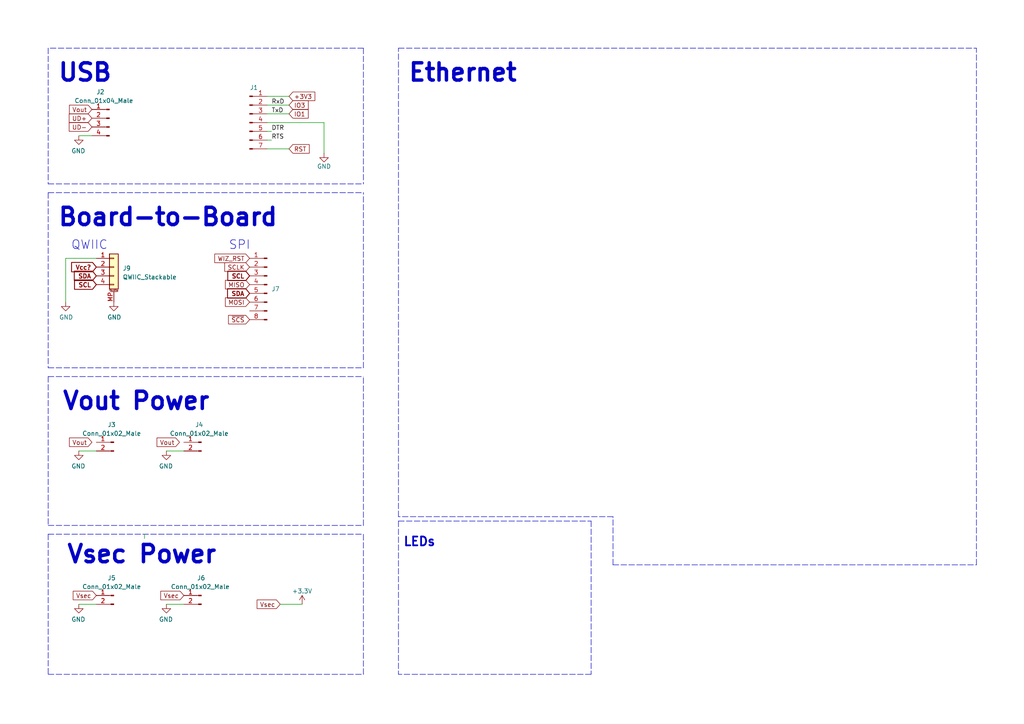
<source format=kicad_sch>
(kicad_sch (version 20211123) (generator eeschema)
  (paper "A4")
  (title_block (title "Ethernet Spacer") (rev "0.1.1") (company "The Nerd Mage"))
  (lib_symbols
    (symbol "Connector:Conn_01x02_Male" (pin_names (offset 1.016) hide)
      (property "Reference" "J" (at 0 2.54 0))
      (property "Value" "Conn_01x02_Male" (at 0 -5.08 0))
      (symbol "Conn_01x02_Male_1_1"
        (polyline (pts (xy 1.27 -2.54) (xy 0.8636 -2.54)) (stroke (width 0.1524)))
        (polyline (pts (xy 1.27 0) (xy 0.8636 0)) (stroke (width 0.1524)))
        (rectangle (start 0.8636 -2.413) (end 0 -2.667) (stroke (width 0.1524)) (fill (type outline)))
        (rectangle (start 0.8636 0.127) (end 0 -0.127) (stroke (width 0.1524)) (fill (type outline)))
        (pin passive line (at 5.08 0 180) (length 3.81) (name "Pin_1") (number "1"))
        (pin passive line (at 5.08 -2.54 180) (length 3.81) (name "Pin_2") (number "2"))
      )
    )
    (symbol "Connector:Conn_01x04_Male" (pin_names (offset 1.016) hide)
      (property "Reference" "J" (at 0 5.08 0))
      (property "Value" "Conn_01x04_Male" (at 0 -7.62 0))
      (symbol "Conn_01x04_Male_1_1"
        (polyline (pts (xy 1.27 -5.08) (xy 0.8636 -5.08)) (stroke (width 0.1524)))
        (polyline (pts (xy 1.27 -2.54) (xy 0.8636 -2.54)) (stroke (width 0.1524)))
        (polyline (pts (xy 1.27 0) (xy 0.8636 0)) (stroke (width 0.1524)))
        (polyline (pts (xy 1.27 2.54) (xy 0.8636 2.54)) (stroke (width 0.1524)))
        (rectangle (start 0.8636 -4.953) (end 0 -5.207) (stroke (width 0.1524)) (fill (type outline)))
        (rectangle (start 0.8636 -2.413) (end 0 -2.667) (stroke (width 0.1524)) (fill (type outline)))
        (rectangle (start 0.8636 0.127) (end 0 -0.127) (stroke (width 0.1524)) (fill (type outline)))
        (rectangle (start 0.8636 2.667) (end 0 2.413) (stroke (width 0.1524)) (fill (type outline)))
        (pin passive line (at 5.08 2.54 180) (length 3.81) (name "Pin_1") (number "1"))
        (pin passive line (at 5.08 0 180) (length 3.81) (name "Pin_2") (number "2"))
        (pin passive line (at 5.08 -2.54 180) (length 3.81) (name "Pin_3") (number "3"))
        (pin passive line (at 5.08 -5.08 180) (length 3.81) (name "Pin_4") (number "4"))
      )
    )
    (symbol "Connector:Conn_01x07_Male" (pin_names (offset 1.016) hide)
      (property "Reference" "J" (at 0 10.16 0))
      (property "Value" "Conn_01x07_Male" (at 0 -10.16 0))
      (symbol "Conn_01x07_Male_1_1"
        (polyline (pts (xy 1.27 -7.62) (xy 0.8636 -7.62)) (stroke (width 0.1524)))
        (polyline (pts (xy 1.27 -5.08) (xy 0.8636 -5.08)) (stroke (width 0.1524)))
        (polyline (pts (xy 1.27 -2.54) (xy 0.8636 -2.54)) (stroke (width 0.1524)))
        (polyline (pts (xy 1.27 0) (xy 0.8636 0)) (stroke (width 0.1524)))
        (polyline (pts (xy 1.27 2.54) (xy 0.8636 2.54)) (stroke (width 0.1524)))
        (polyline (pts (xy 1.27 5.08) (xy 0.8636 5.08)) (stroke (width 0.1524)))
        (polyline (pts (xy 1.27 7.62) (xy 0.8636 7.62)) (stroke (width 0.1524)))
        (rectangle (start 0.8636 -7.493) (end 0 -7.747) (stroke (width 0.1524)) (fill (type outline)))
        (rectangle (start 0.8636 -4.953) (end 0 -5.207) (stroke (width 0.1524)) (fill (type outline)))
        (rectangle (start 0.8636 -2.413) (end 0 -2.667) (stroke (width 0.1524)) (fill (type outline)))
        (rectangle (start 0.8636 0.127) (end 0 -0.127) (stroke (width 0.1524)) (fill (type outline)))
        (rectangle (start 0.8636 2.667) (end 0 2.413) (stroke (width 0.1524)) (fill (type outline)))
        (rectangle (start 0.8636 5.207) (end 0 4.953) (stroke (width 0.1524)) (fill (type outline)))
        (rectangle (start 0.8636 7.747) (end 0 7.493) (stroke (width 0.1524)) (fill (type outline)))
        (pin passive line (at 5.08 7.62 180) (length 3.81) (name "Pin_1") (number "1"))
        (pin passive line (at 5.08 5.08 180) (length 3.81) (name "Pin_2") (number "2"))
        (pin passive line (at 5.08 2.54 180) (length 3.81) (name "Pin_3") (number "3"))
        (pin passive line (at 5.08 0 180) (length 3.81) (name "Pin_4") (number "4"))
        (pin passive line (at 5.08 -2.54 180) (length 3.81) (name "Pin_5") (number "5"))
        (pin passive line (at 5.08 -5.08 180) (length 3.81) (name "Pin_6") (number "6"))
        (pin passive line (at 5.08 -7.62 180) (length 3.81) (name "Pin_7") (number "7"))
      )
    )
    (symbol "Connector:Conn_01x08_Male" (pin_names (offset 1.016) hide)
      (property "Reference" "J" (at 0 10.16 0))
      (property "Value" "Conn_01x08_Male" (at 0 -12.7 0))
      (symbol "Conn_01x08_Male_1_1"
        (polyline (pts (xy 1.27 -10.16) (xy 0.8636 -10.16)) (stroke (width 0.1524)))
        (polyline (pts (xy 1.27 -7.62) (xy 0.8636 -7.62)) (stroke (width 0.1524)))
        (polyline (pts (xy 1.27 -5.08) (xy 0.8636 -5.08)) (stroke (width 0.1524)))
        (polyline (pts (xy 1.27 -2.54) (xy 0.8636 -2.54)) (stroke (width 0.1524)))
        (polyline (pts (xy 1.27 0) (xy 0.8636 0)) (stroke (width 0.1524)))
        (polyline (pts (xy 1.27 2.54) (xy 0.8636 2.54)) (stroke (width 0.1524)))
        (polyline (pts (xy 1.27 5.08) (xy 0.8636 5.08)) (stroke (width 0.1524)))
        (polyline (pts (xy 1.27 7.62) (xy 0.8636 7.62)) (stroke (width 0.1524)))
        (rectangle (start 0.8636 -10.033) (end 0 -10.287) (stroke (width 0.1524)) (fill (type outline)))
        (rectangle (start 0.8636 -7.493) (end 0 -7.747) (stroke (width 0.1524)) (fill (type outline)))
        (rectangle (start 0.8636 -4.953) (end 0 -5.207) (stroke (width 0.1524)) (fill (type outline)))
        (rectangle (start 0.8636 -2.413) (end 0 -2.667) (stroke (width 0.1524)) (fill (type outline)))
        (rectangle (start 0.8636 0.127) (end 0 -0.127) (stroke (width 0.1524)) (fill (type outline)))
        (rectangle (start 0.8636 2.667) (end 0 2.413) (stroke (width 0.1524)) (fill (type outline)))
        (rectangle (start 0.8636 5.207) (end 0 4.953) (stroke (width 0.1524)) (fill (type outline)))
        (rectangle (start 0.8636 7.747) (end 0 7.493) (stroke (width 0.1524)) (fill (type outline)))
        (pin passive line (at 5.08 7.62 180) (length 3.81) (name "Pin_1") (number "1"))
        (pin passive line (at 5.08 5.08 180) (length 3.81) (name "Pin_2") (number "2"))
        (pin passive line (at 5.08 2.54 180) (length 3.81) (name "Pin_3") (number "3"))
        (pin passive line (at 5.08 0 180) (length 3.81) (name "Pin_4") (number "4"))
        (pin passive line (at 5.08 -2.54 180) (length 3.81) (name "Pin_5") (number "5"))
        (pin passive line (at 5.08 -5.08 180) (length 3.81) (name "Pin_6") (number "6"))
        (pin passive line (at 5.08 -7.62 180) (length 3.81) (name "Pin_7") (number "7"))
        (pin passive line (at 5.08 -10.16 180) (length 3.81) (name "Pin_8") (number "8"))
      )
    )
    (symbol "Connector_QWIIC_Stackable:QWIIC_Stackable" (pin_names (offset 1.016) hide)
      (property "Reference" "J" (at 0 5.08 0))
      (property "Value" "QWIIC_Stackable" (at 1.27 -7.62 0))
      (symbol "QWIIC_Stackable_1_1"
        (rectangle (start -1.27 -4.953) (end 0 -5.207) (stroke (width 0.1524)))
        (rectangle (start -1.27 -2.413) (end 0 -2.667) (stroke (width 0.1524)))
        (rectangle (start -1.27 0.127) (end 0 -0.127) (stroke (width 0.1524)))
        (rectangle (start -1.27 2.667) (end 0 2.413) (stroke (width 0.1524)))
        (rectangle (start -1.27 3.81) (end 1.27 -6.35) (stroke (width 0.254)) (fill (type background)))
        (polyline (pts (xy -1.016 -7.112) (xy 1.016 -7.112)) (stroke (width 0.1524)))
        (text "Mounting" (at 0 -6.731 0) (effects (font (size 0.381 0.381))))
        (pin passive line (at -5.08 2.54 0) (length 3.81) (name "Pin_1") (number "1"))
        (pin passive line (at -5.08 0 0) (length 3.81) (name "Pin_2") (number "2"))
        (pin passive line (at -5.08 -2.54 0) (length 3.81) (name "Pin_3") (number "3"))
        (pin passive line (at -5.08 -5.08 0) (length 3.81) (name "Pin_4") (number "4"))
        (pin passive line (at 0 -10.16 90) (length 3.048) (name "MountPin") (number "MP"))
      )
    )
    (symbol "power:+3.3V" (power) (pin_names (offset 0))
      (property "Value" "+3.3V" (at 0 3.556 0))
      (symbol "+3.3V_0_1"
        (polyline (pts (xy -0.762 1.27) (xy 0 2.54)))
        (polyline (pts (xy 0 0) (xy 0 2.54)))
        (polyline (pts (xy 0 2.54) (xy 0.762 1.27)))
      )
      (symbol "+3.3V_1_1"
        (pin power_in line (at 0 0 90) (length 0) hide (name "+3.3V") (number "1"))
      )
    )
    (symbol "power:GND" (power) (pin_names (offset 0))
      (property "Value" "GND" (at 0 -3.81 0))
      (symbol "GND_0_1"
        (polyline (pts (xy 0 0) (xy 0 -1.27) (xy 1.27 -1.27) (xy 0 -2.54) (xy -1.27 -1.27) (xy 0 -1.27)))
      )
      (symbol "GND_1_1"
        (pin power_in line (at 0 0 270) (length 0) hide (name "GND") (number "1"))
      )
    )
  )
  (polyline (pts (xy 303.53 15.24) (xy 303.53 20.32)))
  (polyline (pts (xy -3.81 109.22) (xy -3.81 58.42)))
  (polyline (pts (xy 115.57 151.13) (xy 171.45 151.13)))
  (polyline (pts (xy 105.41 13.97) (xy 105.41 53.34)))
  (wire (pts (xy 77.47 27.94) (xy 83.82 27.94)))
  (polyline (pts (xy 105.41 13.97) (xy 13.97 13.97)))
  (polyline (pts (xy 13.97 152.4) (xy 105.41 152.4)))
  (polyline (pts (xy 115.57 151.13) (xy 115.57 195.58)))
  (polyline (pts (xy 13.97 55.88) (xy 105.41 55.88)))
  (polyline (pts (xy 105.41 152.4) (xy 105.41 109.22)))
  (wire (pts (xy 77.47 33.02) (xy 83.82 33.02)))
  (wire (pts (xy 27.94 74.93) (xy 19.05 74.93)))
  (polyline (pts (xy 13.97 154.94) (xy 105.41 154.94)))
  (polyline (pts (xy 13.97 109.22) (xy 13.97 152.4)))
  (polyline (pts (xy 171.45 195.58) (xy 115.57 195.58)))
  (polyline (pts (xy 13.97 195.58) (xy 105.41 195.58)))
  (wire (pts (xy 26.67 39.37) (xy 22.86 39.37)))
  (polyline (pts (xy 13.97 53.34) (xy 105.41 53.34)))
  (polyline (pts (xy 115.57 149.86) (xy 115.57 13.97)))
  (polyline (pts (xy 105.41 195.58) (xy 105.41 154.94)))
  (polyline (pts (xy 13.97 154.94) (xy 13.97 195.58)))
  (wire (pts (xy 77.47 43.18) (xy 83.82 43.18)))
  (polyline (pts (xy 115.57 13.97) (xy 283.21 13.97)))
  (polyline (pts (xy 177.8 149.86) (xy 115.57 149.86)))
  (polyline (pts (xy 13.97 13.97) (xy 13.97 53.34)))
  (wire (pts (xy 93.98 35.56) (xy 77.47 35.56)))
  (wire (pts (xy 48.26 130.81) (xy 53.34 130.81)))
  (wire (pts (xy 22.86 130.81) (xy 27.94 130.81)))
  (wire (pts (xy 77.47 40.64) (xy 78.74 40.64)))
  (polyline (pts (xy 177.8 163.83) (xy 177.8 149.86)))
  (wire (pts (xy 77.47 30.48) (xy 83.82 30.48)))
  (wire (pts (xy 41.91 156.21) (xy 41.91 154.94)))
  (polyline (pts (xy 13.97 106.68) (xy 105.41 106.68)))
  (wire (pts (xy 48.26 175.26) (xy 53.34 175.26)))
  (wire (pts (xy 93.98 44.45) (xy 93.98 35.56)))
  (polyline (pts (xy 177.8 163.83) (xy 283.21 163.83)))
  (polyline (pts (xy 13.97 55.88) (xy 13.97 106.68)))
  (wire (pts (xy 19.05 74.93) (xy 19.05 87.63)))
  (polyline (pts (xy 171.45 151.13) (xy 171.45 195.58)))
  (wire (pts (xy 81.28 175.26) (xy 87.63 175.26)))
  (wire (pts (xy 77.47 38.1) (xy 78.74 38.1)))
  (polyline (pts (xy 283.21 163.83) (xy 283.21 13.97)))
  (polyline (pts (xy 13.97 109.22) (xy 105.41 109.22)))
  (polyline (pts (xy 105.41 106.68) (xy 105.41 55.88)))
  (wire (pts (xy 22.86 175.26) (xy 27.94 175.26)))
  (text "Vsec Power" (at 19.05 163.83 0) (effects (font (size 5 5) (thickness 1) bold) (justify left bottom)))
  (text "Vout Power" (at 17.78 119.38 0) (effects (font (size 5 5) (thickness 1) bold) (justify left bottom)))
  (text "QWIIC" (at 20.5922 72.6475 0) (effects (font (size 2.54 2.54)) (justify left bottom)))
  (text "Board-to-Board" (at 16.51 66.04 0) (effects (font (size 5 5) (thickness 1) bold) (justify left bottom)))
  (text "ethernet connector is upside down for the cable clip / to be able to remove the cable" (at 543.56 215.9 0) (effects (font (size 2.5 2.5)) (justify left bottom)))
  (text "USB" (at 16.51 24.13 0) (effects (font (size 5 5) (thickness 1) bold) (justify left bottom)))
  (text "Ethernet" (at 118.11 24.13 0) (effects (font (size 5 5) (thickness 1) bold) (justify left bottom)))
  (text "SPI" (at 66.3122 72.6475 0) (effects (font (size 2.54 2.54)) (justify left bottom)))
  (text "LEDs" (at 116.84 158.75 180) (effects (font (size 2.54 2.54) (thickness 0.508) bold) (justify left bottom)))
  (label "TxD" (at 78.74 33.02 0))
  (label "DTR" (at 78.74 38.1 0))
  (label "RTS" (at 78.74 40.64 0))
  (label "RxD" (at 78.74 30.48 0))
  (global_label "MOSI" (shape input) (at 72.39 87.63 180) (property "Intersheet References" "${INTERSHEET_REFS}" (effects hide)))
  (global_label "SCLK" (shape input) (at 72.39 77.47 180) (property "Intersheet References" "${INTERSHEET_REFS}" (effects hide)))
  (global_label "SDA" (shape input) (at 72.39 85.09 180) (effects (font bold)) (property "Intersheet References" "${INTERSHEET_REFS}" (effects hide)))
  (global_label "Vcc?" (shape input) (at 27.94 77.47 180) (effects (font (thickness 0.254) bold)) (property "Intersheet References" "${INTERSHEET_REFS}" (effects hide)))
  (global_label "Vout" (shape input) (at 26.67 31.75 180) (property "Intersheet References" "${INTERSHEET_REFS}" (effects hide)))
  (global_label "Vout" (shape input) (at 26.67 128.27 180) (property "Intersheet References" "${INTERSHEET_REFS}" (effects hide)))
  (global_label "IO3" (shape input) (at 83.82 30.48 0) (property "Intersheet References" "${INTERSHEET_REFS}" (effects hide)))
  (global_label "Vsec" (shape input) (at 81.28 175.26 180) (property "Intersheet References" "${INTERSHEET_REFS}" (effects hide)))
  (global_label "Vout" (shape input) (at 52.07 128.27 180) (property "Intersheet References" "${INTERSHEET_REFS}" (effects hide)))
  (global_label "Vsec" (shape input) (at 27.94 172.72 180) (property "Intersheet References" "${INTERSHEET_REFS}" (effects hide)))
  (global_label "IO1" (shape input) (at 83.82 33.02 0) (property "Intersheet References" "${INTERSHEET_REFS}" (effects hide)))
  (global_label "UD-" (shape input) (at 26.67 36.83 180) (property "Intersheet References" "${INTERSHEET_REFS}" (effects hide)))
  (global_label "WIZ_RST" (shape input) (at 72.39 74.93 180) (property "Intersheet References" "${INTERSHEET_REFS}" (effects hide)))
  (global_label "~{SCS}" (shape input) (at 72.39 92.71 180) (property "Intersheet References" "${INTERSHEET_REFS}" (effects hide)))
  (global_label "SDA" (shape input) (at 27.94 80.01 180) (effects (font bold)) (property "Intersheet References" "${INTERSHEET_REFS}" (effects hide)))
  (global_label "SCL" (shape input) (at 72.39 80.01 180) (effects (font (thickness 0.254) bold)) (property "Intersheet References" "${INTERSHEET_REFS}" (effects hide)))
  (global_label "+3V3" (shape input) (at 83.82 27.94 0) (property "Intersheet References" "${INTERSHEET_REFS}" (effects hide)))
  (global_label "SCL" (shape input) (at 27.94 82.55 180) (effects (font (thickness 0.254) bold)) (property "Intersheet References" "${INTERSHEET_REFS}" (effects hide)))
  (global_label "MISO" (shape input) (at 72.39 82.55 180) (property "Intersheet References" "${INTERSHEET_REFS}" (effects hide)))
  (global_label "Vsec" (shape input) (at 53.34 172.72 180) (property "Intersheet References" "${INTERSHEET_REFS}" (effects hide)))
  (global_label "UD+" (shape input) (at 26.67 34.29 180) (property "Intersheet References" "${INTERSHEET_REFS}" (effects hide)))
  (global_label "RST" (shape input) (at 83.82 43.18 0) (property "Intersheet References" "${INTERSHEET_REFS}" (effects hide)))
  (symbol (lib_id "Connector:Conn_01x02_Male") (at 33.02 128.27 0) (mirror y) (unit 1) (in_bom no)
    (property "Reference" "J3" (at 32.385 123.19 0))
    (property "Value" "Conn_01x02_Male" (at 32.385 125.73 0))
    (property "Footprint" "Tinker:Board_Stacker_2" (effects hide))
  )
  (symbol (lib_id "power:GND") (at 22.86 39.37 0) (mirror y) (unit 1)
    (property "Reference" "#PWR0106" (effects hide))
    (property "Value" "GND" (at 22.733 43.7642 0))
  )
  (symbol (lib_id "Connector:Conn_01x02_Male") (at 58.42 128.27 0) (mirror y) (unit 1) (in_bom no)
    (property "Reference" "J4" (at 57.785 123.19 0))
    (property "Value" "Conn_01x02_Male" (at 57.785 125.73 0))
    (property "Footprint" "Tinker:Board_Stacker_2" (effects hide))
  )
  (symbol (lib_id "power:GND") (at 93.98 44.45 0) (unit 1)
    (property "Reference" "#PWR0103" (effects hide))
    (property "Value" "GND" (at 93.98 48.26 0))
  )
  (symbol (lib_id "power:GND") (at 22.86 130.81 0) (mirror y) (unit 1)
    (property "Reference" "#PWR0104" (effects hide))
    (property "Value" "GND" (at 22.733 135.2042 0))
  )
  (symbol (lib_id "power:GND") (at 48.26 175.26 0) (mirror y) (unit 1)
    (property "Reference" "#PWR0101" (effects hide))
    (property "Value" "GND" (at 48.133 179.6542 0))
  )
  (symbol (lib_id "power:GND") (at 48.26 130.81 0) (mirror y) (unit 1)
    (property "Reference" "#PWR0102" (effects hide))
    (property "Value" "GND" (at 48.133 135.2042 0))
  )
  (symbol (lib_id "power:GND") (at 22.86 175.26 0) (mirror y) (unit 1)
    (property "Reference" "#PWR0120" (effects hide))
    (property "Value" "GND" (at 22.733 179.6542 0))
  )
  (symbol (lib_id "Connector:Conn_01x07_Male") (at 72.39 35.56 0) (unit 1) (in_bom no) (on_board no)
    (property "Reference" "J1" (at 73.66 25.4 0))
    (property "Value" "Conn_01x07_Male" (effects hide))
    (property "Footprint" "Tinker:Board_Stacker_7" (effects hide))
    (property "Note" "Footprint only" (effects hide))
  )
  (symbol (lib_id "Connector_QWIIC_Stackable:QWIIC_Stackable") (at 33.02 77.47 0) (unit 1) (in_bom no)
    (property "Reference" "J9" (at 35.56 77.8255 0) (effects (justify left)))
    (property "Value" "QWIIC_Stackable" (at 35.56 80.3655 0) (effects (justify left)))
    (property "Footprint" "Tinker:QWIIC_Stack_II" (effects hide))
  )
  (symbol (lib_id "Connector:Conn_01x02_Male") (at 58.42 172.72 0) (mirror y) (unit 1) (in_bom no)
    (property "Reference" "J6" (at 57.15 167.64 0) (effects (justify right)))
    (property "Value" "Conn_01x02_Male" (at 49.53 170.18 0) (effects (justify right)))
    (property "Footprint" "Tinker:Board_Stacker_2" (effects hide))
  )
  (symbol (lib_id "power:+3.3V") (at 87.63 175.26 0) (unit 1)
    (property "Reference" "#PWR0116" (effects hide))
    (property "Value" "+3.3V" (at 87.63 171.45 0))
  )
  (symbol (lib_id "power:GND") (at 33.02 87.63 0) (unit 1)
    (property "Reference" "#PWR0123" (effects hide))
    (property "Value" "GND" (at 33.147 92.0242 0))
  )
  (symbol (lib_id "Connector:Conn_01x08_Male") (at 77.47 82.55 0) (mirror y) (unit 1) (in_bom no)
    (property "Reference" "J7" (at 78.74 83.8199 0) (effects (justify right)))
    (property "Value" "Conn_01x08_Male" (effects hide))
    (property "Footprint" "Tinker:PinHeader_2x04_P1.27mm_Vertical" (effects hide))
    (property "LCSC" "C2881786 + C2684732" (effects hide))
  )
  (symbol (lib_id "Connector:Conn_01x04_Male") (at 31.75 34.29 0) (mirror y) (unit 1) (in_bom no) (on_board no)
    (property "Reference" "J2" (at 27.94 26.67 0) (effects (justify right)))
    (property "Value" "Conn_01x04_Male" (at 21.59 29.21 0) (effects (justify right)))
    (property "Footprint" "Tinker:Board_Stacker_4" (effects hide))
  )
  (symbol (lib_id "power:GND") (at 19.05 87.63 0) (unit 1)
    (property "Reference" "#PWR0124" (effects hide))
    (property "Value" "GND" (at 19.177 92.0242 0))
  )
  (symbol (lib_id "Connector:Conn_01x02_Male") (at 33.02 172.72 0) (mirror y) (unit 1) (in_bom no)
    (property "Reference" "J5" (at 32.385 167.64 0))
    (property "Value" "Conn_01x02_Male" (at 32.385 170.18 0))
    (property "Footprint" "Tinker:Board_Stacker_2" (effects hide))
  )
)
</source>
